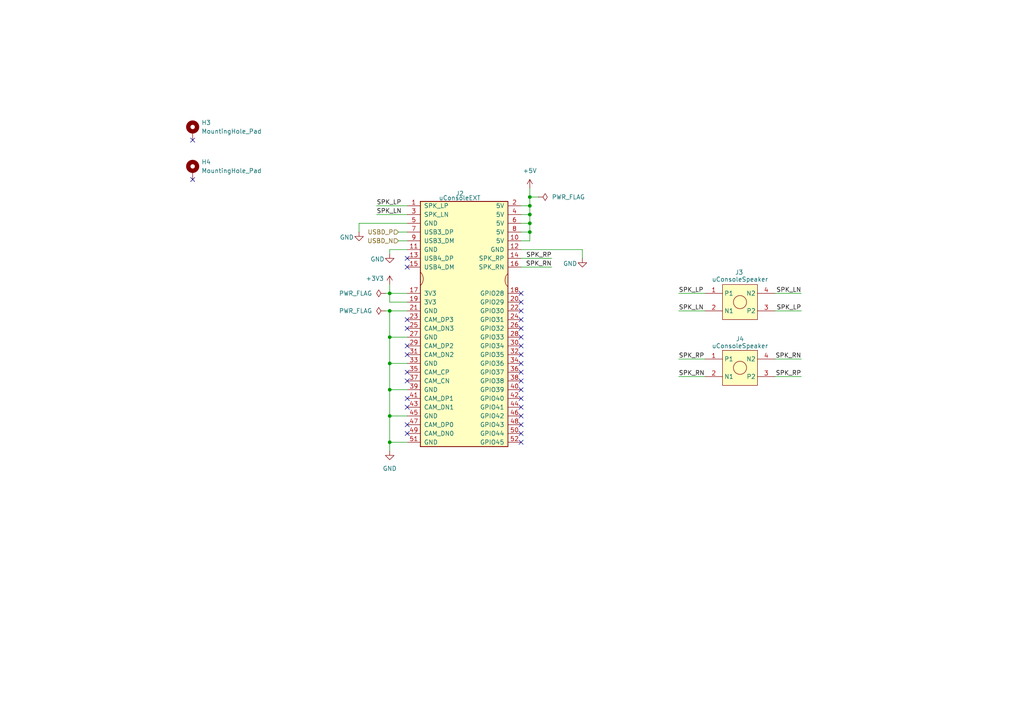
<source format=kicad_sch>
(kicad_sch (version 20250114) (generator "eeschema") (generator_version "9.0")
  (paper "A4")
  (lib_symbols
    (symbol "Mechanical:MountingHole_Pad" (pin_numbers (hide yes)) (pin_names (offset 1.016) (hide yes)) (exclude_from_sim yes) (in_bom no)
      (property "Reference" "H" (at 0 6.35 0))
      (property "Value" "MountingHole_Pad" (at 0 4.445 0))
      (symbol "MountingHole_Pad_0_1"
        (circle (center 0 1.27) (radius 1.27) (stroke (width 1.27)))
      )
      (symbol "MountingHole_Pad_1_1"
        (pin input line (at 0 -2.54 90) (length 2.54) (name "1") (number "1"))
      )
    )
    (symbol "power:+3V3" (power) (pin_numbers (hide yes)) (pin_names (offset 0) (hide yes))
      (property "Value" "+3V3" (at 0 3.556 0))
      (symbol "+3V3_0_1"
        (polyline (pts (xy -0.762 1.27) (xy 0 2.54)))
        (polyline (pts (xy 0 2.54) (xy 0.762 1.27)))
        (polyline (pts (xy 0 0) (xy 0 2.54)))
      )
      (symbol "+3V3_1_1"
        (pin power_in line (at 0 0 90) (length 0) (name "~") (number "1"))
      )
    )
    (symbol "power:+5V" (power) (pin_numbers (hide yes)) (pin_names (offset 0) (hide yes))
      (property "Value" "+5V" (at 0 3.556 0))
      (symbol "+5V_0_1"
        (polyline (pts (xy -0.762 1.27) (xy 0 2.54)))
        (polyline (pts (xy 0 2.54) (xy 0.762 1.27)))
        (polyline (pts (xy 0 0) (xy 0 2.54)))
      )
      (symbol "+5V_1_1"
        (pin power_in line (at 0 0 90) (length 0) (name "~") (number "1"))
      )
    )
    (symbol "power:GND" (power) (pin_numbers (hide yes)) (pin_names (offset 0) (hide yes))
      (property "Value" "GND" (at 0 -3.81 0))
      (symbol "GND_0_1"
        (polyline (pts (xy 0 0) (xy 0 -1.27) (xy 1.27 -1.27) (xy 0 -2.54) (xy -1.27 -1.27) (xy 0 -1.27)))
      )
      (symbol "GND_1_1"
        (pin power_in line (at 0 0 270) (length 0) (name "~") (number "1"))
      )
    )
    (symbol "power:PWR_FLAG" (power) (pin_numbers (hide yes)) (pin_names (offset 0) (hide yes))
      (property "Value" "PWR_FLAG" (at 0 3.81 0))
      (symbol "PWR_FLAG_0_0"
        (pin power_out line (at 0 0 90) (length 0) (name "~") (number "1"))
      )
      (symbol "PWR_FLAG_0_1"
        (polyline (pts (xy 0 0) (xy 0 1.27) (xy -1.016 1.905) (xy 0 2.54) (xy 1.016 1.905) (xy 0 1.27)))
      )
    )
    (symbol "uConsole:uConsoleExt" (pin_names (offset 1.016))
      (property "Reference" "J" (at 1.27 33.02 0))
      (property "Value" "uConsoleEXT" (at 1.27 -41.91 0))
      (symbol "uConsoleExt_0_1"
        (arc (start -11.3793 11.2077) (mid -10.5902 9.3027) (end -11.3793 7.3977))
        (arc (start 13.9259 7.0053) (mid 13.1368 8.9102) (end 13.9259 10.8153))
      )
      (symbol "uConsoleExt_1_1"
        (rectangle (start -11.43 31.75) (end 13.97 -39.37) (stroke (width 0.254)) (fill (type background)))
        (pin passive line (at -15.24 30.48 0) (length 3.81) (name "SPK_LP") (number "1"))
        (pin passive line (at -15.24 27.94 0) (length 3.81) (name "SPK_LN") (number "3"))
        (pin passive line (at -15.24 25.4 0) (length 3.81) (name "GND") (number "5"))
        (pin passive line (at -15.24 22.86 0) (length 3.81) (name "USB3_DP") (number "7"))
        (pin passive line (at -15.24 20.32 0) (length 3.81) (name "USB3_DM") (number "9"))
        (pin passive line (at -15.24 17.78 0) (length 3.81) (name "GND") (number "11"))
        (pin passive line (at -15.24 15.24 0) (length 3.81) (name "USB4_DP") (number "13"))
        (pin passive line (at -15.24 12.7 0) (length 3.81) (name "USB4_DM") (number "15"))
        (pin power_in line (at -15.24 5.08 0) (length 3.81) (name "3V3") (number "17"))
        (pin power_in line (at -15.24 2.54 0) (length 3.81) (name "3V3") (number "19"))
        (pin passive line (at -15.24 0 0) (length 3.81) (name "GND") (number "21"))
        (pin passive line (at -15.24 -2.54 0) (length 3.81) (name "CAM_DP3") (number "23"))
        (pin passive line (at -15.24 -5.08 0) (length 3.81) (name "CAM_DN3") (number "25"))
        (pin passive line (at -15.24 -7.62 0) (length 3.81) (name "GND") (number "27"))
        (pin passive line (at -15.24 -10.16 0) (length 3.81) (name "CAM_DP2") (number "29"))
        (pin passive line (at -15.24 -12.7 0) (length 3.81) (name "CAM_DN2") (number "31"))
        (pin passive line (at -15.24 -15.24 0) (length 3.81) (name "GND") (number "33"))
        (pin passive line (at -15.24 -17.78 0) (length 3.81) (name "CAM_CP") (number "35"))
        (pin passive line (at -15.24 -20.32 0) (length 3.81) (name "CAM_CN") (number "37"))
        (pin passive line (at -15.24 -22.86 0) (length 3.81) (name "GND") (number "39"))
        (pin passive line (at -15.24 -25.4 0) (length 3.81) (name "CAM_DP1") (number "41"))
        (pin passive line (at -15.24 -27.94 0) (length 3.81) (name "CAM_DN1") (number "43"))
        (pin passive line (at -15.24 -30.48 0) (length 3.81) (name "GND") (number "45"))
        (pin passive line (at -15.24 -33.02 0) (length 3.81) (name "CAM_DP0") (number "47"))
        (pin passive line (at -15.24 -35.56 0) (length 3.81) (name "CAM_DN0") (number "49"))
        (pin passive line (at -15.24 -38.1 0) (length 3.81) (name "GND") (number "51"))
        (pin power_in line (at 17.78 30.48 180) (length 3.81) (name "5V") (number "2"))
        (pin power_in line (at 17.78 27.94 180) (length 3.81) (name "5V") (number "4"))
        (pin power_in line (at 17.78 25.4 180) (length 3.81) (name "5V") (number "6"))
        (pin power_in line (at 17.78 22.86 180) (length 3.81) (name "5V") (number "8"))
        (pin power_in line (at 17.78 20.32 180) (length 3.81) (name "5V") (number "10"))
        (pin power_in line (at 17.78 17.78 180) (length 3.81) (name "GND") (number "12"))
        (pin passive line (at 17.78 15.24 180) (length 3.81) (name "SPK_RP") (number "14"))
        (pin passive line (at 17.78 12.7 180) (length 3.81) (name "SPK_RN") (number "16"))
        (pin passive line (at 17.78 5.08 180) (length 3.81) (name "GPIO28") (number "18"))
        (pin passive line (at 17.78 2.54 180) (length 3.81) (name "GPIO29") (number "20"))
        (pin passive line (at 17.78 0 180) (length 3.81) (name "GPIO30") (number "22"))
        (pin passive line (at 17.78 -2.54 180) (length 3.81) (name "GPIO31") (number "24"))
        (pin passive line (at 17.78 -5.08 180) (length 3.81) (name "GPIO32") (number "26"))
        (pin passive line (at 17.78 -7.62 180) (length 3.81) (name "GPIO33") (number "28"))
        (pin passive line (at 17.78 -10.16 180) (length 3.81) (name "GPIO34") (number "30"))
        (pin passive line (at 17.78 -12.7 180) (length 3.81) (name "GPIO35") (number "32"))
        (pin passive line (at 17.78 -15.24 180) (length 3.81) (name "GPIO36") (number "34"))
        (pin passive line (at 17.78 -17.78 180) (length 3.81) (name "GPIO37") (number "36"))
        (pin passive line (at 17.78 -20.32 180) (length 3.81) (name "GPIO38") (number "38"))
        (pin passive line (at 17.78 -22.86 180) (length 3.81) (name "GPIO39") (number "40"))
        (pin passive line (at 17.78 -25.4 180) (length 3.81) (name "GPIO40") (number "42"))
        (pin passive line (at 17.78 -27.94 180) (length 3.81) (name "GPIO41") (number "44"))
        (pin passive line (at 17.78 -30.48 180) (length 3.81) (name "GPIO42") (number "46"))
        (pin passive line (at 17.78 -33.02 180) (length 3.81) (name "GPIO43") (number "48"))
        (pin passive line (at 17.78 -35.56 180) (length 3.81) (name "GPIO44") (number "50"))
        (pin passive line (at 17.78 -38.1 180) (length 3.81) (name "GPIO45") (number "52"))
      )
    )
    (symbol "uConsole:uConsoleSpeaker" (in_bom no)
      (property "Reference" "J" (at -0.254 0.254 0))
      (property "Value" "uConsoleSpeaker" (at 0 -1.27 0))
      (symbol "uConsoleSpeaker_0_1"
        (rectangle (start -5.08 -2.54) (end 5.08 -12.7) (fill (type background)))
        (circle (center 0 -7.62) (radius 1.905))
      )
      (symbol "uConsoleSpeaker_1_1"
        (pin bidirectional line (at -10.16 -5.08 0) (length 5.08) (name "P1") (number "1"))
        (pin bidirectional line (at -10.16 -10.16 0) (length 5.08) (name "N1") (number "2"))
        (pin bidirectional line (at 10.16 -5.08 180) (length 5.08) (name "N2") (number "4"))
        (pin bidirectional line (at 10.16 -10.16 180) (length 5.08) (name "P2") (number "3"))
      )
    )
  )
  (junction (at 113.03 85.09))
  (junction (at 153.67 67.31))
  (junction (at 153.67 64.77))
  (junction (at 113.03 128.27))
  (junction (at 113.03 97.79))
  (junction (at 113.03 120.65))
  (junction (at 153.67 62.23))
  (junction (at 153.67 59.69))
  (junction (at 113.03 113.03))
  (junction (at 153.67 57.15))
  (junction (at 113.03 105.41))
  (junction (at 113.03 90.17))
  (no_connect (at 118.11 74.93))
  (no_connect (at 55.88 40.64))
  (no_connect (at 151.13 97.79))
  (no_connect (at 151.13 105.41))
  (no_connect (at 151.13 90.17))
  (no_connect (at 118.11 110.49))
  (no_connect (at 151.13 128.27))
  (no_connect (at 118.11 123.19))
  (no_connect (at 151.13 118.11))
  (no_connect (at 118.11 100.33))
  (no_connect (at 118.11 95.25))
  (no_connect (at 151.13 95.25))
  (no_connect (at 118.11 107.95))
  (no_connect (at 151.13 102.87))
  (no_connect (at 151.13 92.71))
  (no_connect (at 118.11 77.47))
  (no_connect (at 118.11 102.87))
  (no_connect (at 151.13 125.73))
  (no_connect (at 118.11 115.57))
  (no_connect (at 151.13 115.57))
  (no_connect (at 118.11 92.71))
  (no_connect (at 151.13 85.09))
  (no_connect (at 151.13 87.63))
  (no_connect (at 55.88 52.07))
  (no_connect (at 151.13 100.33))
  (no_connect (at 118.11 125.73))
  (no_connect (at 151.13 110.49))
  (no_connect (at 151.13 120.65))
  (no_connect (at 151.13 107.95))
  (no_connect (at 151.13 123.19))
  (no_connect (at 118.11 118.11))
  (no_connect (at 151.13 113.03))
  (wire (pts (xy 196.85 90.17) (xy 204.47 90.17)))
  (wire (pts (xy 224.79 104.14) (xy 232.41 104.14)))
  (wire (pts (xy 113.03 90.17) (xy 113.03 97.79)))
  (wire (pts (xy 196.85 109.22) (xy 204.47 109.22)))
  (wire (pts (xy 153.67 57.15) (xy 156.21 57.15)))
  (wire (pts (xy 113.03 113.03) (xy 118.11 113.03)))
  (wire (pts (xy 224.79 85.09) (xy 232.41 85.09)))
  (wire (pts (xy 113.03 120.65) (xy 113.03 128.27)))
  (wire (pts (xy 113.03 120.65) (xy 118.11 120.65)))
  (wire (pts (xy 118.11 128.27) (xy 113.03 128.27)))
  (wire (pts (xy 151.13 62.23) (xy 153.67 62.23)))
  (wire (pts (xy 111.76 85.09) (xy 113.03 85.09)))
  (wire (pts (xy 151.13 74.93) (xy 160.02 74.93)))
  (wire (pts (xy 196.85 85.09) (xy 204.47 85.09)))
  (wire (pts (xy 113.03 97.79) (xy 118.11 97.79)))
  (wire (pts (xy 118.11 87.63) (xy 113.03 87.63)))
  (wire (pts (xy 151.13 72.39) (xy 168.91 72.39)))
  (wire (pts (xy 118.11 72.39) (xy 113.03 72.39)))
  (wire (pts (xy 151.13 67.31) (xy 153.67 67.31)))
  (wire (pts (xy 224.79 109.22) (xy 232.41 109.22)))
  (wire (pts (xy 118.11 64.77) (xy 104.14 64.77)))
  (wire (pts (xy 113.03 105.41) (xy 118.11 105.41)))
  (wire (pts (xy 113.03 128.27) (xy 113.03 130.81)))
  (wire (pts (xy 113.03 105.41) (xy 113.03 113.03)))
  (wire (pts (xy 113.03 97.79) (xy 113.03 105.41)))
  (wire (pts (xy 113.03 72.39) (xy 113.03 73.66)))
  (wire (pts (xy 168.91 72.39) (xy 168.91 74.93)))
  (wire (pts (xy 111.76 90.17) (xy 113.03 90.17)))
  (wire (pts (xy 151.13 59.69) (xy 153.67 59.69)))
  (wire (pts (xy 196.85 104.14) (xy 204.47 104.14)))
  (wire (pts (xy 151.13 69.85) (xy 153.67 69.85)))
  (wire (pts (xy 151.13 64.77) (xy 153.67 64.77)))
  (wire (pts (xy 153.67 62.23) (xy 153.67 59.69)))
  (wire (pts (xy 115.57 69.85) (xy 118.11 69.85)))
  (wire (pts (xy 113.03 113.03) (xy 113.03 120.65)))
  (wire (pts (xy 118.11 85.09) (xy 113.03 85.09)))
  (wire (pts (xy 118.11 90.17) (xy 113.03 90.17)))
  (wire (pts (xy 109.22 62.23) (xy 118.11 62.23)))
  (wire (pts (xy 153.67 67.31) (xy 153.67 64.77)))
  (wire (pts (xy 224.79 90.17) (xy 232.41 90.17)))
  (wire (pts (xy 153.67 59.69) (xy 153.67 57.15)))
  (wire (pts (xy 115.57 67.31) (xy 118.11 67.31)))
  (wire (pts (xy 113.03 87.63) (xy 113.03 85.09)))
  (wire (pts (xy 153.67 57.15) (xy 153.67 54.61)))
  (wire (pts (xy 151.13 77.47) (xy 160.02 77.47)))
  (wire (pts (xy 104.14 64.77) (xy 104.14 67.31)))
  (wire (pts (xy 109.22 59.69) (xy 118.11 59.69)))
  (wire (pts (xy 153.67 69.85) (xy 153.67 67.31)))
  (wire (pts (xy 153.67 64.77) (xy 153.67 62.23)))
  (wire (pts (xy 113.03 85.09) (xy 113.03 82.55)))
  (label "SPK_LP" (at 232.41 90.17 180))
  (label "SPK_RP" (at 160.02 74.93 180))
  (label "SPK_RP" (at 232.41 109.22 180))
  (label "SPK_LP" (at 196.85 85.09 0))
  (label "SPK_RN" (at 160.02 77.47 180))
  (label "SPK_RN" (at 232.41 104.14 180))
  (label "SPK_RN" (at 196.85 109.22 0))
  (label "SPK_RP" (at 196.85 104.14 0))
  (label "SPK_LN" (at 196.85 90.17 0))
  (label "SPK_LN" (at 109.22 62.23 0))
  (label "SPK_LN" (at 232.41 85.09 180))
  (label "SPK_LP" (at 109.22 59.69 0))
  (hierarchical_label "USBD_N" (shape input) (at 115.57 69.85 180))
  (hierarchical_label "USBD_P" (shape input) (at 115.57 67.31 180))
  (symbol (lib_id "power:GND") (at 113.03 73.66 0) (unit 1)
    (property "Reference" "#PWR038" (effects (hide yes)))
    (property "Value" "GND" (at 109.474 75.184 0))
    (property "Description" "Power symbol creates a global label with name \"GND\" , ground" (effects (hide yes)))
  )
  (symbol (lib_id "uConsole:uConsoleSpeaker") (at 214.63 80.01 0) (unit 1) (in_bom no)
    (property "Reference" "J3" (at 214.376 78.994 0))
    (property "Value" "uConsoleSpeaker" (at 214.63 81.026 0))
    (property "Footprint" "uConsole_fp:speaker" (effects (hide yes)))
  )
  (symbol (lib_id "power:GND") (at 168.91 74.93 0) (unit 1)
    (property "Reference" "#PWR042" (effects (hide yes)))
    (property "Value" "GND" (at 165.354 76.454 0))
    (property "Description" "Power symbol creates a global label with name \"GND\" , ground" (effects (hide yes)))
  )
  (symbol (lib_id "power:+3V3") (at 113.03 82.55 0) (unit 1)
    (property "Reference" "#PWR039" (effects (hide yes)))
    (property "Value" "+3V3" (at 108.712 80.772 0))
    (property "Description" "Power symbol creates a global label with name \"+3V3\"" (effects (hide yes)))
  )
  (symbol (lib_id "power:GND") (at 104.14 67.31 0) (unit 1)
    (property "Reference" "#PWR037" (effects (hide yes)))
    (property "Value" "GND" (at 100.584 68.834 0))
    (property "Description" "Power symbol creates a global label with name \"GND\" , ground" (effects (hide yes)))
  )
  (symbol (lib_id "uConsole:uConsoleSpeaker") (at 214.63 99.06 0) (unit 1) (in_bom no)
    (property "Reference" "J4" (at 214.63 98.298 0))
    (property "Value" "uConsoleSpeaker" (at 214.63 100.33 0))
    (property "Footprint" "uConsole_fp:speaker" (effects (hide yes)))
  )
  (symbol (lib_id "power:PWR_FLAG") (at 111.76 85.09 90) (unit 1)
    (property "Reference" "#FLG06" (effects (hide yes)))
    (property "Value" "PWR_FLAG" (at 107.95 85.0899 90) (effects (justify left)))
    (property "Description" "Special symbol for telling ERC where power comes from" (effects (hide yes)))
  )
  (symbol (lib_id "power:PWR_FLAG") (at 156.21 57.15 270) (unit 1)
    (property "Reference" "#FLG08" (effects (hide yes)))
    (property "Value" "PWR_FLAG" (at 160.02 57.1499 90) (effects (justify left)))
    (property "Description" "Special symbol for telling ERC where power comes from" (effects (hide yes)))
  )
  (symbol (lib_id "Mechanical:MountingHole_Pad") (at 55.88 49.53 0) (unit 1) (exclude_from_sim yes) (in_bom no)
    (property "Reference" "H4" (at 58.42 46.9899 0) (effects (justify left)))
    (property "Value" "MountingHole_Pad" (at 58.42 49.5299 0) (effects (justify left)))
    (property "Footprint" "MountingHole:MountingHole_5mm_Pad_TopOnly" (effects (hide yes)))
    (property "Description" "Mounting Hole with connection" (effects (hide yes)))
  )
  (symbol (lib_id "power:PWR_FLAG") (at 111.76 90.17 90) (unit 1)
    (property "Reference" "#FLG07" (effects (hide yes)))
    (property "Value" "PWR_FLAG" (at 107.95 90.1699 90) (effects (justify left)))
    (property "Description" "Special symbol for telling ERC where power comes from" (effects (hide yes)))
  )
  (symbol (lib_id "power:+5V") (at 153.67 54.61 0) (unit 1)
    (property "Reference" "#PWR041" (effects (hide yes)))
    (property "Value" "+5V" (at 153.67 49.53 0))
    (property "Description" "Power symbol creates a global label with name \"+5V\"" (effects (hide yes)))
  )
  (symbol (lib_id "Mechanical:MountingHole_Pad") (at 55.88 38.1 0) (unit 1) (exclude_from_sim yes) (in_bom no)
    (property "Reference" "H3" (at 58.42 35.5599 0) (effects (justify left)))
    (property "Value" "MountingHole_Pad" (at 58.42 38.0999 0) (effects (justify left)))
    (property "Footprint" "MountingHole:MountingHole_5mm_Pad_TopOnly" (effects (hide yes)))
    (property "Description" "Mounting Hole with connection" (effects (hide yes)))
  )
  (symbol (lib_id "power:GND") (at 113.03 130.81 0) (unit 1)
    (property "Reference" "#PWR040" (effects (hide yes)))
    (property "Value" "GND" (at 113.03 135.89 0))
    (property "Description" "Power symbol creates a global label with name \"GND\" , ground" (effects (hide yes)))
  )
  (symbol (lib_id "uConsole:uConsoleExt") (at 133.35 90.17 0) (unit 1)
    (property "Reference" "J2" (at 133.35 56.134 0))
    (property "Value" "uConsoleEXT" (at 133.35 57.404 0))
    (property "Footprint" "uConsole_fp:ext" (effects (hide yes)))
  )
)
</source>
